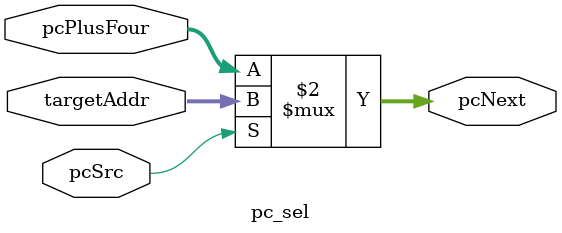
<source format=v>
`timescale 1ns / 1ps


module pc_sel(
    input [31:0] pcPlusFour, targetAddr,
    input pcSrc,
    output [31:0] pcNext
);


assign pcNext = (pcSrc == 1'b1) ? targetAddr : pcPlusFour;
endmodule

</source>
